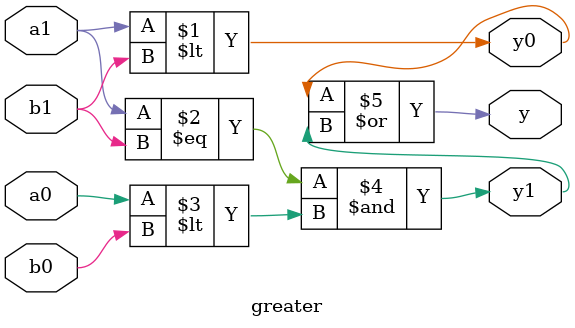
<source format=v>
module greater(

input a0,a1,b0,b1,
output y0,y1,y

);

assign y0 = a1<b1;
assign y1 = (a1==b1) &(a0<b0);
assign y = y0|y1;


endmodule

</source>
